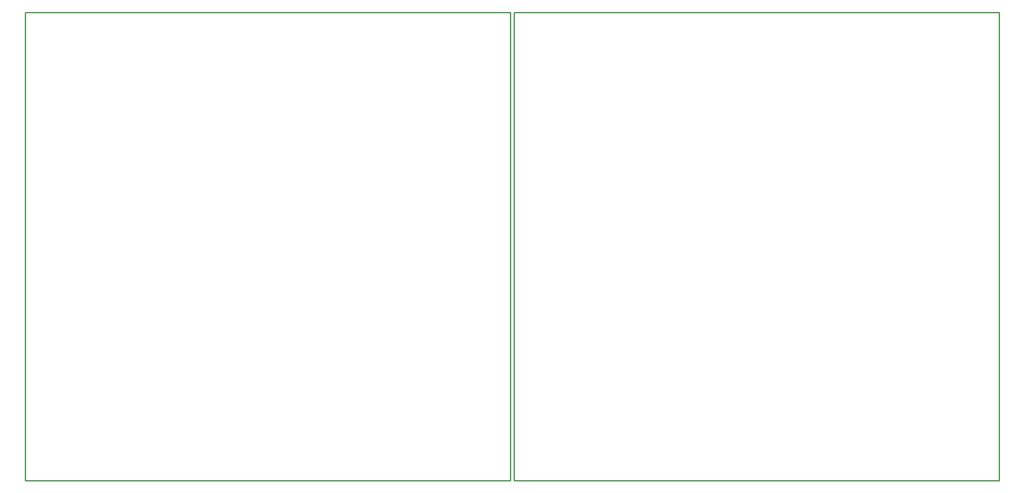
<source format=gm1>
G04*
G04 #@! TF.GenerationSoftware,Altium Limited,Altium Designer,23.3.1 (30)*
G04*
G04 Layer_Color=16777215*
%FSLAX25Y25*%
%MOIN*%
G70*
G04*
G04 #@! TF.SameCoordinates,731DBA42-33AF-4731-BD85-8EC7A1DC1BC3*
G04*
G04*
G04 #@! TF.FilePolarity,Positive*
G04*
G01*
G75*
%ADD36C,0.01000*%
%ADD37C,0.01100*%
D36*
X784426Y-27D02*
X784426Y377434D01*
X394417Y377434D02*
X784426Y377434D01*
X390726Y-27D02*
X390726Y377434D01*
X716Y377434D02*
X390726Y377434D01*
D37*
X784426Y-27D02*
X393678Y-27D01*
Y377434D01*
X390726Y-27D02*
X-22Y-27D01*
Y377434D01*
M02*

</source>
